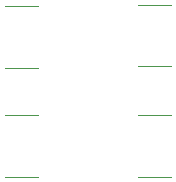
<source format=gbr>
%TF.GenerationSoftware,KiCad,Pcbnew,7.0.2*%
%TF.CreationDate,2023-05-07T16:18:05+12:00*%
%TF.ProjectId,KicadCapBoard,4b696361-6443-4617-9042-6f6172642e6b,A*%
%TF.SameCoordinates,Original*%
%TF.FileFunction,Legend,Top*%
%TF.FilePolarity,Positive*%
%FSLAX46Y46*%
G04 Gerber Fmt 4.6, Leading zero omitted, Abs format (unit mm)*
G04 Created by KiCad (PCBNEW 7.0.2) date 2023-05-07 16:18:05*
%MOMM*%
%LPD*%
G01*
G04 APERTURE LIST*
%ADD10C,0.120000*%
G04 APERTURE END LIST*
D10*
%TO.C,C1*%
X119734252Y-79280000D02*
X122565748Y-79280000D01*
X119734252Y-84500000D02*
X122565748Y-84500000D01*
%TO.C,C4*%
X130984252Y-88500000D02*
X133815748Y-88500000D01*
X130984252Y-93720000D02*
X133815748Y-93720000D01*
%TO.C,C2*%
X119734252Y-88500000D02*
X122565748Y-88500000D01*
X119734252Y-93720000D02*
X122565748Y-93720000D01*
%TO.C,C3*%
X130984252Y-79130000D02*
X133815748Y-79130000D01*
X130984252Y-84350000D02*
X133815748Y-84350000D01*
%TD*%
M02*

</source>
